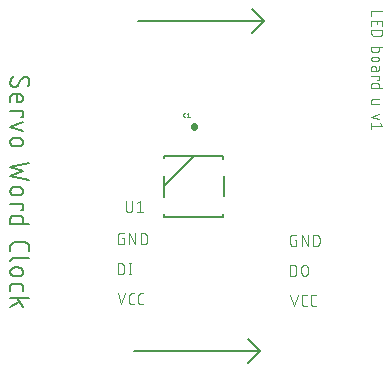
<source format=gbr>
G04 EAGLE Gerber RS-274X export*
G75*
%MOMM*%
%FSLAX34Y34*%
%LPD*%
%INSilkscreen Top*%
%IPPOS*%
%AMOC8*
5,1,8,0,0,1.08239X$1,22.5*%
G01*
%ADD10C,0.076200*%
%ADD11C,0.127000*%
%ADD12C,0.152400*%
%ADD13C,0.558800*%
%ADD14C,0.025400*%
%ADD15C,0.203200*%


D10*
X263116Y132602D02*
X264682Y132602D01*
X264682Y127381D01*
X261549Y127381D01*
X261460Y127383D01*
X261372Y127389D01*
X261284Y127398D01*
X261196Y127411D01*
X261109Y127428D01*
X261023Y127448D01*
X260938Y127473D01*
X260853Y127500D01*
X260770Y127532D01*
X260689Y127566D01*
X260609Y127605D01*
X260531Y127646D01*
X260454Y127691D01*
X260380Y127739D01*
X260307Y127790D01*
X260237Y127844D01*
X260170Y127902D01*
X260104Y127962D01*
X260042Y128024D01*
X259982Y128090D01*
X259924Y128157D01*
X259870Y128227D01*
X259819Y128300D01*
X259771Y128374D01*
X259726Y128451D01*
X259685Y128529D01*
X259646Y128609D01*
X259612Y128690D01*
X259580Y128773D01*
X259553Y128858D01*
X259528Y128943D01*
X259508Y129029D01*
X259491Y129116D01*
X259478Y129204D01*
X259469Y129292D01*
X259463Y129380D01*
X259461Y129469D01*
X259461Y134691D01*
X259463Y134782D01*
X259469Y134873D01*
X259479Y134964D01*
X259493Y135054D01*
X259510Y135143D01*
X259532Y135231D01*
X259558Y135319D01*
X259587Y135405D01*
X259620Y135490D01*
X259657Y135573D01*
X259697Y135655D01*
X259741Y135735D01*
X259788Y135813D01*
X259839Y135889D01*
X259892Y135962D01*
X259949Y136033D01*
X260010Y136102D01*
X260073Y136167D01*
X260138Y136230D01*
X260207Y136290D01*
X260278Y136348D01*
X260351Y136401D01*
X260427Y136452D01*
X260505Y136499D01*
X260585Y136543D01*
X260667Y136583D01*
X260750Y136620D01*
X260835Y136653D01*
X260921Y136682D01*
X261009Y136708D01*
X261097Y136730D01*
X261186Y136747D01*
X261276Y136761D01*
X261367Y136771D01*
X261458Y136777D01*
X261549Y136779D01*
X264682Y136779D01*
X269215Y136779D02*
X269215Y127381D01*
X274436Y127381D02*
X269215Y136779D01*
X274436Y136779D02*
X274436Y127381D01*
X278968Y127381D02*
X278968Y136779D01*
X281579Y136779D01*
X281679Y136777D01*
X281779Y136771D01*
X281878Y136762D01*
X281978Y136748D01*
X282076Y136731D01*
X282174Y136710D01*
X282271Y136686D01*
X282367Y136657D01*
X282462Y136625D01*
X282555Y136590D01*
X282647Y136551D01*
X282738Y136508D01*
X282826Y136462D01*
X282913Y136412D01*
X282998Y136360D01*
X283081Y136304D01*
X283162Y136245D01*
X283240Y136182D01*
X283316Y136117D01*
X283390Y136049D01*
X283460Y135979D01*
X283528Y135905D01*
X283593Y135829D01*
X283656Y135751D01*
X283715Y135670D01*
X283771Y135587D01*
X283823Y135502D01*
X283873Y135415D01*
X283919Y135327D01*
X283962Y135236D01*
X284001Y135144D01*
X284036Y135051D01*
X284068Y134956D01*
X284097Y134860D01*
X284121Y134763D01*
X284142Y134665D01*
X284159Y134567D01*
X284173Y134467D01*
X284182Y134368D01*
X284188Y134268D01*
X284190Y134168D01*
X284189Y134168D02*
X284189Y129992D01*
X284190Y129992D02*
X284188Y129892D01*
X284182Y129792D01*
X284173Y129693D01*
X284159Y129593D01*
X284142Y129495D01*
X284121Y129397D01*
X284097Y129300D01*
X284068Y129204D01*
X284036Y129109D01*
X284001Y129016D01*
X283962Y128924D01*
X283919Y128833D01*
X283873Y128745D01*
X283823Y128658D01*
X283771Y128573D01*
X283715Y128490D01*
X283656Y128409D01*
X283593Y128331D01*
X283528Y128255D01*
X283460Y128181D01*
X283390Y128111D01*
X283316Y128043D01*
X283240Y127978D01*
X283162Y127915D01*
X283081Y127856D01*
X282998Y127800D01*
X282913Y127748D01*
X282826Y127698D01*
X282738Y127652D01*
X282647Y127609D01*
X282555Y127570D01*
X282462Y127535D01*
X282367Y127503D01*
X282271Y127474D01*
X282174Y127450D01*
X282076Y127429D01*
X281978Y127412D01*
X281878Y127398D01*
X281779Y127389D01*
X281679Y127383D01*
X281579Y127381D01*
X278968Y127381D01*
X259461Y111379D02*
X259461Y101981D01*
X259461Y111379D02*
X262072Y111379D01*
X262172Y111377D01*
X262272Y111371D01*
X262371Y111362D01*
X262471Y111348D01*
X262569Y111331D01*
X262667Y111310D01*
X262764Y111286D01*
X262860Y111257D01*
X262955Y111225D01*
X263048Y111190D01*
X263140Y111151D01*
X263231Y111108D01*
X263319Y111062D01*
X263406Y111012D01*
X263491Y110960D01*
X263574Y110904D01*
X263655Y110845D01*
X263733Y110782D01*
X263809Y110717D01*
X263883Y110649D01*
X263953Y110579D01*
X264021Y110505D01*
X264086Y110429D01*
X264149Y110351D01*
X264208Y110270D01*
X264264Y110187D01*
X264316Y110102D01*
X264366Y110015D01*
X264412Y109927D01*
X264455Y109836D01*
X264494Y109744D01*
X264529Y109651D01*
X264561Y109556D01*
X264590Y109460D01*
X264614Y109363D01*
X264635Y109265D01*
X264652Y109167D01*
X264666Y109067D01*
X264675Y108968D01*
X264681Y108868D01*
X264683Y108768D01*
X264682Y108768D02*
X264682Y104592D01*
X264683Y104592D02*
X264681Y104492D01*
X264675Y104392D01*
X264666Y104293D01*
X264652Y104193D01*
X264635Y104095D01*
X264614Y103997D01*
X264590Y103900D01*
X264561Y103804D01*
X264529Y103709D01*
X264494Y103616D01*
X264455Y103524D01*
X264412Y103433D01*
X264366Y103345D01*
X264316Y103258D01*
X264264Y103173D01*
X264208Y103090D01*
X264149Y103009D01*
X264086Y102931D01*
X264021Y102855D01*
X263953Y102781D01*
X263883Y102711D01*
X263809Y102643D01*
X263733Y102578D01*
X263655Y102515D01*
X263574Y102456D01*
X263491Y102400D01*
X263406Y102348D01*
X263319Y102298D01*
X263231Y102252D01*
X263140Y102209D01*
X263048Y102170D01*
X262955Y102135D01*
X262860Y102103D01*
X262764Y102074D01*
X262667Y102050D01*
X262569Y102029D01*
X262471Y102012D01*
X262371Y101998D01*
X262272Y101989D01*
X262172Y101983D01*
X262072Y101981D01*
X259461Y101981D01*
X268910Y104592D02*
X268910Y108768D01*
X268909Y108768D02*
X268911Y108869D01*
X268917Y108970D01*
X268927Y109071D01*
X268940Y109171D01*
X268958Y109271D01*
X268979Y109370D01*
X269005Y109468D01*
X269034Y109565D01*
X269066Y109661D01*
X269103Y109755D01*
X269143Y109848D01*
X269187Y109940D01*
X269234Y110029D01*
X269285Y110117D01*
X269339Y110203D01*
X269396Y110286D01*
X269456Y110368D01*
X269520Y110446D01*
X269586Y110523D01*
X269656Y110596D01*
X269728Y110667D01*
X269803Y110735D01*
X269881Y110800D01*
X269961Y110862D01*
X270043Y110921D01*
X270128Y110977D01*
X270215Y111029D01*
X270303Y111078D01*
X270394Y111124D01*
X270486Y111165D01*
X270580Y111204D01*
X270675Y111238D01*
X270771Y111269D01*
X270869Y111296D01*
X270967Y111320D01*
X271067Y111339D01*
X271167Y111355D01*
X271267Y111367D01*
X271368Y111375D01*
X271469Y111379D01*
X271571Y111379D01*
X271672Y111375D01*
X271773Y111367D01*
X271873Y111355D01*
X271973Y111339D01*
X272073Y111320D01*
X272171Y111296D01*
X272269Y111269D01*
X272365Y111238D01*
X272460Y111204D01*
X272554Y111165D01*
X272646Y111124D01*
X272737Y111078D01*
X272826Y111029D01*
X272912Y110977D01*
X272997Y110921D01*
X273079Y110862D01*
X273159Y110800D01*
X273237Y110735D01*
X273312Y110667D01*
X273384Y110596D01*
X273454Y110523D01*
X273520Y110446D01*
X273584Y110368D01*
X273644Y110286D01*
X273701Y110203D01*
X273755Y110117D01*
X273806Y110029D01*
X273853Y109940D01*
X273897Y109848D01*
X273937Y109755D01*
X273974Y109661D01*
X274006Y109565D01*
X274035Y109468D01*
X274061Y109370D01*
X274082Y109271D01*
X274100Y109171D01*
X274113Y109071D01*
X274123Y108970D01*
X274129Y108869D01*
X274131Y108768D01*
X274131Y104592D01*
X274129Y104491D01*
X274123Y104390D01*
X274113Y104289D01*
X274100Y104189D01*
X274082Y104089D01*
X274061Y103990D01*
X274035Y103892D01*
X274006Y103795D01*
X273974Y103699D01*
X273937Y103605D01*
X273897Y103512D01*
X273853Y103420D01*
X273806Y103331D01*
X273755Y103243D01*
X273701Y103157D01*
X273644Y103074D01*
X273584Y102992D01*
X273520Y102914D01*
X273454Y102837D01*
X273384Y102764D01*
X273312Y102693D01*
X273237Y102625D01*
X273159Y102560D01*
X273079Y102498D01*
X272997Y102439D01*
X272912Y102383D01*
X272825Y102331D01*
X272737Y102282D01*
X272646Y102236D01*
X272554Y102195D01*
X272460Y102156D01*
X272365Y102122D01*
X272269Y102091D01*
X272171Y102064D01*
X272073Y102040D01*
X271973Y102021D01*
X271873Y102005D01*
X271773Y101993D01*
X271672Y101985D01*
X271571Y101981D01*
X271469Y101981D01*
X271368Y101985D01*
X271267Y101993D01*
X271167Y102005D01*
X271067Y102021D01*
X270967Y102040D01*
X270869Y102064D01*
X270771Y102091D01*
X270675Y102122D01*
X270580Y102156D01*
X270486Y102195D01*
X270394Y102236D01*
X270303Y102282D01*
X270215Y102331D01*
X270128Y102383D01*
X270043Y102439D01*
X269961Y102498D01*
X269881Y102560D01*
X269803Y102625D01*
X269728Y102693D01*
X269656Y102764D01*
X269586Y102837D01*
X269520Y102914D01*
X269456Y102992D01*
X269396Y103074D01*
X269339Y103157D01*
X269285Y103243D01*
X269234Y103331D01*
X269187Y103420D01*
X269143Y103512D01*
X269103Y103605D01*
X269066Y103699D01*
X269034Y103795D01*
X269005Y103892D01*
X268979Y103990D01*
X268958Y104089D01*
X268940Y104189D01*
X268927Y104289D01*
X268917Y104390D01*
X268911Y104491D01*
X268909Y104592D01*
X259461Y85979D02*
X262594Y76581D01*
X265726Y85979D01*
X271190Y76581D02*
X273278Y76581D01*
X271190Y76581D02*
X271101Y76583D01*
X271013Y76589D01*
X270925Y76598D01*
X270837Y76611D01*
X270750Y76628D01*
X270664Y76648D01*
X270579Y76673D01*
X270494Y76700D01*
X270411Y76732D01*
X270330Y76766D01*
X270250Y76805D01*
X270172Y76846D01*
X270095Y76891D01*
X270021Y76939D01*
X269948Y76990D01*
X269878Y77044D01*
X269811Y77102D01*
X269745Y77162D01*
X269683Y77224D01*
X269623Y77290D01*
X269565Y77357D01*
X269511Y77427D01*
X269460Y77500D01*
X269412Y77574D01*
X269367Y77651D01*
X269326Y77729D01*
X269287Y77809D01*
X269253Y77890D01*
X269221Y77973D01*
X269194Y78058D01*
X269169Y78143D01*
X269149Y78229D01*
X269132Y78316D01*
X269119Y78404D01*
X269110Y78492D01*
X269104Y78580D01*
X269102Y78669D01*
X269101Y78669D02*
X269101Y83891D01*
X269102Y83891D02*
X269104Y83982D01*
X269110Y84073D01*
X269120Y84164D01*
X269134Y84254D01*
X269151Y84343D01*
X269173Y84431D01*
X269199Y84519D01*
X269228Y84605D01*
X269261Y84690D01*
X269298Y84773D01*
X269338Y84855D01*
X269382Y84935D01*
X269429Y85013D01*
X269480Y85089D01*
X269533Y85162D01*
X269590Y85233D01*
X269651Y85302D01*
X269714Y85367D01*
X269779Y85430D01*
X269848Y85490D01*
X269919Y85548D01*
X269992Y85601D01*
X270068Y85652D01*
X270146Y85699D01*
X270226Y85743D01*
X270308Y85783D01*
X270391Y85820D01*
X270476Y85853D01*
X270562Y85882D01*
X270650Y85908D01*
X270738Y85930D01*
X270827Y85947D01*
X270917Y85961D01*
X271008Y85971D01*
X271099Y85977D01*
X271190Y85979D01*
X273278Y85979D01*
X278810Y76581D02*
X280898Y76581D01*
X278810Y76581D02*
X278721Y76583D01*
X278633Y76589D01*
X278545Y76598D01*
X278457Y76611D01*
X278370Y76628D01*
X278284Y76648D01*
X278199Y76673D01*
X278114Y76700D01*
X278031Y76732D01*
X277950Y76766D01*
X277870Y76805D01*
X277792Y76846D01*
X277715Y76891D01*
X277641Y76939D01*
X277568Y76990D01*
X277498Y77044D01*
X277431Y77102D01*
X277365Y77162D01*
X277303Y77224D01*
X277243Y77290D01*
X277185Y77357D01*
X277131Y77427D01*
X277080Y77500D01*
X277032Y77574D01*
X276987Y77651D01*
X276946Y77729D01*
X276907Y77809D01*
X276873Y77890D01*
X276841Y77973D01*
X276814Y78058D01*
X276789Y78143D01*
X276769Y78229D01*
X276752Y78316D01*
X276739Y78404D01*
X276730Y78492D01*
X276724Y78580D01*
X276722Y78669D01*
X276721Y78669D02*
X276721Y83891D01*
X276722Y83891D02*
X276724Y83982D01*
X276730Y84073D01*
X276740Y84164D01*
X276754Y84254D01*
X276771Y84343D01*
X276793Y84431D01*
X276819Y84519D01*
X276848Y84605D01*
X276881Y84690D01*
X276918Y84773D01*
X276958Y84855D01*
X277002Y84935D01*
X277049Y85013D01*
X277100Y85089D01*
X277153Y85162D01*
X277210Y85233D01*
X277271Y85302D01*
X277334Y85367D01*
X277399Y85430D01*
X277468Y85490D01*
X277539Y85548D01*
X277612Y85601D01*
X277688Y85652D01*
X277766Y85699D01*
X277846Y85743D01*
X277928Y85783D01*
X278011Y85820D01*
X278096Y85853D01*
X278182Y85882D01*
X278270Y85908D01*
X278358Y85930D01*
X278447Y85947D01*
X278537Y85961D01*
X278628Y85971D01*
X278719Y85977D01*
X278810Y85979D01*
X280898Y85979D01*
X118632Y133872D02*
X117066Y133872D01*
X118632Y133872D02*
X118632Y128651D01*
X115499Y128651D01*
X115410Y128653D01*
X115322Y128659D01*
X115234Y128668D01*
X115146Y128681D01*
X115059Y128698D01*
X114973Y128718D01*
X114888Y128743D01*
X114803Y128770D01*
X114720Y128802D01*
X114639Y128836D01*
X114559Y128875D01*
X114481Y128916D01*
X114404Y128961D01*
X114330Y129009D01*
X114257Y129060D01*
X114187Y129114D01*
X114120Y129172D01*
X114054Y129232D01*
X113992Y129294D01*
X113932Y129360D01*
X113874Y129427D01*
X113820Y129497D01*
X113769Y129570D01*
X113721Y129644D01*
X113676Y129721D01*
X113635Y129799D01*
X113596Y129879D01*
X113562Y129960D01*
X113530Y130043D01*
X113503Y130128D01*
X113478Y130213D01*
X113458Y130299D01*
X113441Y130386D01*
X113428Y130474D01*
X113419Y130562D01*
X113413Y130650D01*
X113411Y130739D01*
X113411Y135961D01*
X113413Y136052D01*
X113419Y136143D01*
X113429Y136234D01*
X113443Y136324D01*
X113460Y136413D01*
X113482Y136501D01*
X113508Y136589D01*
X113537Y136675D01*
X113570Y136760D01*
X113607Y136843D01*
X113647Y136925D01*
X113691Y137005D01*
X113738Y137083D01*
X113789Y137159D01*
X113842Y137232D01*
X113899Y137303D01*
X113960Y137372D01*
X114023Y137437D01*
X114088Y137500D01*
X114157Y137560D01*
X114228Y137618D01*
X114301Y137671D01*
X114377Y137722D01*
X114455Y137769D01*
X114535Y137813D01*
X114617Y137853D01*
X114700Y137890D01*
X114785Y137923D01*
X114871Y137952D01*
X114959Y137978D01*
X115047Y138000D01*
X115136Y138017D01*
X115226Y138031D01*
X115317Y138041D01*
X115408Y138047D01*
X115499Y138049D01*
X118632Y138049D01*
X123165Y138049D02*
X123165Y128651D01*
X128386Y128651D02*
X123165Y138049D01*
X128386Y138049D02*
X128386Y128651D01*
X132918Y128651D02*
X132918Y138049D01*
X135529Y138049D01*
X135629Y138047D01*
X135729Y138041D01*
X135828Y138032D01*
X135928Y138018D01*
X136026Y138001D01*
X136124Y137980D01*
X136221Y137956D01*
X136317Y137927D01*
X136412Y137895D01*
X136505Y137860D01*
X136597Y137821D01*
X136688Y137778D01*
X136776Y137732D01*
X136863Y137682D01*
X136948Y137630D01*
X137031Y137574D01*
X137112Y137515D01*
X137190Y137452D01*
X137266Y137387D01*
X137340Y137319D01*
X137410Y137249D01*
X137478Y137175D01*
X137543Y137099D01*
X137606Y137021D01*
X137665Y136940D01*
X137721Y136857D01*
X137773Y136772D01*
X137823Y136685D01*
X137869Y136597D01*
X137912Y136506D01*
X137951Y136414D01*
X137986Y136321D01*
X138018Y136226D01*
X138047Y136130D01*
X138071Y136033D01*
X138092Y135935D01*
X138109Y135837D01*
X138123Y135737D01*
X138132Y135638D01*
X138138Y135538D01*
X138140Y135438D01*
X138139Y135438D02*
X138139Y131262D01*
X138140Y131262D02*
X138138Y131162D01*
X138132Y131062D01*
X138123Y130963D01*
X138109Y130863D01*
X138092Y130765D01*
X138071Y130667D01*
X138047Y130570D01*
X138018Y130474D01*
X137986Y130379D01*
X137951Y130286D01*
X137912Y130194D01*
X137869Y130103D01*
X137823Y130015D01*
X137773Y129928D01*
X137721Y129843D01*
X137665Y129760D01*
X137606Y129679D01*
X137543Y129601D01*
X137478Y129525D01*
X137410Y129451D01*
X137340Y129381D01*
X137266Y129313D01*
X137190Y129248D01*
X137112Y129185D01*
X137031Y129126D01*
X136948Y129070D01*
X136863Y129018D01*
X136776Y128968D01*
X136688Y128922D01*
X136597Y128879D01*
X136505Y128840D01*
X136412Y128805D01*
X136317Y128773D01*
X136221Y128744D01*
X136124Y128720D01*
X136026Y128699D01*
X135928Y128682D01*
X135828Y128668D01*
X135729Y128659D01*
X135629Y128653D01*
X135529Y128651D01*
X132918Y128651D01*
X113411Y112649D02*
X113411Y103251D01*
X113411Y112649D02*
X116022Y112649D01*
X116122Y112647D01*
X116222Y112641D01*
X116321Y112632D01*
X116421Y112618D01*
X116519Y112601D01*
X116617Y112580D01*
X116714Y112556D01*
X116810Y112527D01*
X116905Y112495D01*
X116998Y112460D01*
X117090Y112421D01*
X117181Y112378D01*
X117269Y112332D01*
X117356Y112282D01*
X117441Y112230D01*
X117524Y112174D01*
X117605Y112115D01*
X117683Y112052D01*
X117759Y111987D01*
X117833Y111919D01*
X117903Y111849D01*
X117971Y111775D01*
X118036Y111699D01*
X118099Y111621D01*
X118158Y111540D01*
X118214Y111457D01*
X118266Y111372D01*
X118316Y111285D01*
X118362Y111197D01*
X118405Y111106D01*
X118444Y111014D01*
X118479Y110921D01*
X118511Y110826D01*
X118540Y110730D01*
X118564Y110633D01*
X118585Y110535D01*
X118602Y110437D01*
X118616Y110337D01*
X118625Y110238D01*
X118631Y110138D01*
X118633Y110038D01*
X118632Y110038D02*
X118632Y105862D01*
X118633Y105862D02*
X118631Y105762D01*
X118625Y105662D01*
X118616Y105563D01*
X118602Y105463D01*
X118585Y105365D01*
X118564Y105267D01*
X118540Y105170D01*
X118511Y105074D01*
X118479Y104979D01*
X118444Y104886D01*
X118405Y104794D01*
X118362Y104703D01*
X118316Y104615D01*
X118266Y104528D01*
X118214Y104443D01*
X118158Y104360D01*
X118099Y104279D01*
X118036Y104201D01*
X117971Y104125D01*
X117903Y104051D01*
X117833Y103981D01*
X117759Y103913D01*
X117683Y103848D01*
X117605Y103785D01*
X117524Y103726D01*
X117441Y103670D01*
X117356Y103618D01*
X117269Y103568D01*
X117181Y103522D01*
X117090Y103479D01*
X116998Y103440D01*
X116905Y103405D01*
X116810Y103373D01*
X116714Y103344D01*
X116617Y103320D01*
X116519Y103299D01*
X116421Y103282D01*
X116321Y103268D01*
X116222Y103259D01*
X116122Y103253D01*
X116022Y103251D01*
X113411Y103251D01*
X123642Y103251D02*
X123642Y112649D01*
X122597Y103251D02*
X124686Y103251D01*
X124686Y112649D02*
X122597Y112649D01*
X113411Y87249D02*
X116544Y77851D01*
X119676Y87249D01*
X125140Y77851D02*
X127228Y77851D01*
X125140Y77851D02*
X125051Y77853D01*
X124963Y77859D01*
X124875Y77868D01*
X124787Y77881D01*
X124700Y77898D01*
X124614Y77918D01*
X124529Y77943D01*
X124444Y77970D01*
X124361Y78002D01*
X124280Y78036D01*
X124200Y78075D01*
X124122Y78116D01*
X124045Y78161D01*
X123971Y78209D01*
X123898Y78260D01*
X123828Y78314D01*
X123761Y78372D01*
X123695Y78432D01*
X123633Y78494D01*
X123573Y78560D01*
X123515Y78627D01*
X123461Y78697D01*
X123410Y78770D01*
X123362Y78844D01*
X123317Y78921D01*
X123276Y78999D01*
X123237Y79079D01*
X123203Y79160D01*
X123171Y79243D01*
X123144Y79328D01*
X123119Y79413D01*
X123099Y79499D01*
X123082Y79586D01*
X123069Y79674D01*
X123060Y79762D01*
X123054Y79850D01*
X123052Y79939D01*
X123051Y79939D02*
X123051Y85161D01*
X123052Y85161D02*
X123054Y85252D01*
X123060Y85343D01*
X123070Y85434D01*
X123084Y85524D01*
X123101Y85613D01*
X123123Y85701D01*
X123149Y85789D01*
X123178Y85875D01*
X123211Y85960D01*
X123248Y86043D01*
X123288Y86125D01*
X123332Y86205D01*
X123379Y86283D01*
X123430Y86359D01*
X123483Y86432D01*
X123540Y86503D01*
X123601Y86572D01*
X123664Y86637D01*
X123729Y86700D01*
X123798Y86760D01*
X123869Y86818D01*
X123942Y86871D01*
X124018Y86922D01*
X124096Y86969D01*
X124176Y87013D01*
X124258Y87053D01*
X124341Y87090D01*
X124426Y87123D01*
X124512Y87152D01*
X124600Y87178D01*
X124688Y87200D01*
X124777Y87217D01*
X124867Y87231D01*
X124958Y87241D01*
X125049Y87247D01*
X125140Y87249D01*
X127228Y87249D01*
X132760Y77851D02*
X134848Y77851D01*
X132760Y77851D02*
X132671Y77853D01*
X132583Y77859D01*
X132495Y77868D01*
X132407Y77881D01*
X132320Y77898D01*
X132234Y77918D01*
X132149Y77943D01*
X132064Y77970D01*
X131981Y78002D01*
X131900Y78036D01*
X131820Y78075D01*
X131742Y78116D01*
X131665Y78161D01*
X131591Y78209D01*
X131518Y78260D01*
X131448Y78314D01*
X131381Y78372D01*
X131315Y78432D01*
X131253Y78494D01*
X131193Y78560D01*
X131135Y78627D01*
X131081Y78697D01*
X131030Y78770D01*
X130982Y78844D01*
X130937Y78921D01*
X130896Y78999D01*
X130857Y79079D01*
X130823Y79160D01*
X130791Y79243D01*
X130764Y79328D01*
X130739Y79413D01*
X130719Y79499D01*
X130702Y79586D01*
X130689Y79674D01*
X130680Y79762D01*
X130674Y79850D01*
X130672Y79939D01*
X130671Y79939D02*
X130671Y85161D01*
X130672Y85161D02*
X130674Y85252D01*
X130680Y85343D01*
X130690Y85434D01*
X130704Y85524D01*
X130721Y85613D01*
X130743Y85701D01*
X130769Y85789D01*
X130798Y85875D01*
X130831Y85960D01*
X130868Y86043D01*
X130908Y86125D01*
X130952Y86205D01*
X130999Y86283D01*
X131050Y86359D01*
X131103Y86432D01*
X131160Y86503D01*
X131221Y86572D01*
X131284Y86637D01*
X131349Y86700D01*
X131418Y86760D01*
X131489Y86818D01*
X131562Y86871D01*
X131638Y86922D01*
X131716Y86969D01*
X131796Y87013D01*
X131878Y87053D01*
X131961Y87090D01*
X132046Y87123D01*
X132132Y87152D01*
X132220Y87178D01*
X132308Y87200D01*
X132397Y87217D01*
X132487Y87231D01*
X132578Y87241D01*
X132669Y87247D01*
X132760Y87249D01*
X134848Y87249D01*
D11*
X127000Y38100D02*
X233680Y38100D01*
X223520Y27940D01*
X233680Y38100D02*
X223520Y48260D01*
X237490Y317500D02*
X130810Y317500D01*
X227330Y307340D02*
X237490Y317500D01*
X227330Y327660D01*
D12*
X25964Y261987D02*
X25846Y261989D01*
X25728Y261995D01*
X25610Y262004D01*
X25493Y262018D01*
X25376Y262035D01*
X25259Y262056D01*
X25144Y262081D01*
X25029Y262110D01*
X24915Y262143D01*
X24803Y262179D01*
X24692Y262219D01*
X24582Y262262D01*
X24473Y262309D01*
X24366Y262359D01*
X24261Y262414D01*
X24158Y262471D01*
X24057Y262532D01*
X23957Y262596D01*
X23860Y262663D01*
X23765Y262733D01*
X23673Y262807D01*
X23582Y262883D01*
X23495Y262963D01*
X23410Y263045D01*
X23328Y263130D01*
X23248Y263217D01*
X23172Y263308D01*
X23098Y263400D01*
X23028Y263495D01*
X22961Y263592D01*
X22897Y263692D01*
X22836Y263793D01*
X22779Y263896D01*
X22724Y264001D01*
X22674Y264108D01*
X22627Y264217D01*
X22584Y264327D01*
X22544Y264438D01*
X22508Y264550D01*
X22475Y264664D01*
X22446Y264779D01*
X22421Y264894D01*
X22400Y265011D01*
X22383Y265128D01*
X22369Y265245D01*
X22360Y265363D01*
X22354Y265481D01*
X22352Y265599D01*
X22354Y265782D01*
X22361Y265964D01*
X22372Y266146D01*
X22387Y266328D01*
X22407Y266510D01*
X22431Y266691D01*
X22459Y266871D01*
X22491Y267051D01*
X22528Y267230D01*
X22569Y267407D01*
X22615Y267584D01*
X22664Y267760D01*
X22718Y267935D01*
X22776Y268108D01*
X22838Y268279D01*
X22904Y268450D01*
X22975Y268618D01*
X23049Y268785D01*
X23127Y268950D01*
X23209Y269113D01*
X23295Y269274D01*
X23385Y269433D01*
X23479Y269590D01*
X23576Y269744D01*
X23677Y269896D01*
X23782Y270046D01*
X23890Y270193D01*
X24001Y270337D01*
X24116Y270479D01*
X24235Y270618D01*
X24357Y270754D01*
X24482Y270887D01*
X24610Y271017D01*
X34996Y270566D02*
X35114Y270564D01*
X35232Y270558D01*
X35350Y270549D01*
X35467Y270535D01*
X35584Y270518D01*
X35701Y270497D01*
X35816Y270472D01*
X35931Y270443D01*
X36045Y270410D01*
X36157Y270374D01*
X36268Y270334D01*
X36378Y270291D01*
X36487Y270244D01*
X36594Y270194D01*
X36699Y270139D01*
X36802Y270082D01*
X36903Y270021D01*
X37003Y269957D01*
X37100Y269890D01*
X37195Y269820D01*
X37287Y269746D01*
X37378Y269670D01*
X37465Y269590D01*
X37550Y269508D01*
X37632Y269423D01*
X37712Y269336D01*
X37788Y269245D01*
X37862Y269153D01*
X37932Y269058D01*
X37999Y268961D01*
X38063Y268861D01*
X38124Y268760D01*
X38181Y268657D01*
X38236Y268552D01*
X38286Y268445D01*
X38333Y268336D01*
X38376Y268226D01*
X38416Y268115D01*
X38452Y268003D01*
X38485Y267889D01*
X38514Y267774D01*
X38539Y267659D01*
X38560Y267542D01*
X38577Y267425D01*
X38591Y267308D01*
X38600Y267190D01*
X38606Y267072D01*
X38608Y266954D01*
X38606Y266793D01*
X38600Y266631D01*
X38591Y266470D01*
X38577Y266309D01*
X38560Y266149D01*
X38539Y265989D01*
X38514Y265829D01*
X38485Y265670D01*
X38453Y265512D01*
X38417Y265355D01*
X38377Y265199D01*
X38333Y265043D01*
X38285Y264889D01*
X38234Y264736D01*
X38180Y264584D01*
X38121Y264433D01*
X38060Y264284D01*
X37994Y264137D01*
X37925Y263991D01*
X37853Y263846D01*
X37777Y263704D01*
X37698Y263563D01*
X37616Y263424D01*
X37530Y263288D01*
X37441Y263153D01*
X37349Y263020D01*
X37253Y262890D01*
X31835Y268761D02*
X31897Y268862D01*
X31962Y268962D01*
X32031Y269059D01*
X32103Y269154D01*
X32177Y269247D01*
X32255Y269337D01*
X32336Y269425D01*
X32419Y269510D01*
X32505Y269592D01*
X32594Y269671D01*
X32685Y269748D01*
X32779Y269821D01*
X32875Y269892D01*
X32973Y269959D01*
X33073Y270023D01*
X33176Y270084D01*
X33280Y270141D01*
X33386Y270195D01*
X33494Y270245D01*
X33603Y270292D01*
X33714Y270336D01*
X33826Y270376D01*
X33940Y270412D01*
X34054Y270444D01*
X34170Y270473D01*
X34286Y270498D01*
X34403Y270519D01*
X34521Y270536D01*
X34639Y270550D01*
X34758Y270559D01*
X34877Y270565D01*
X34996Y270567D01*
X29125Y263793D02*
X29063Y263692D01*
X28998Y263592D01*
X28929Y263495D01*
X28857Y263400D01*
X28783Y263307D01*
X28705Y263217D01*
X28624Y263129D01*
X28541Y263044D01*
X28455Y262962D01*
X28366Y262883D01*
X28275Y262806D01*
X28181Y262733D01*
X28085Y262662D01*
X27987Y262595D01*
X27887Y262531D01*
X27784Y262470D01*
X27680Y262413D01*
X27574Y262359D01*
X27466Y262309D01*
X27357Y262262D01*
X27246Y262218D01*
X27134Y262178D01*
X27020Y262142D01*
X26906Y262110D01*
X26790Y262081D01*
X26674Y262056D01*
X26557Y262035D01*
X26439Y262018D01*
X26321Y262004D01*
X26202Y261995D01*
X26083Y261989D01*
X25964Y261987D01*
X29125Y263793D02*
X31835Y268760D01*
X22352Y253337D02*
X22352Y248822D01*
X22352Y253337D02*
X22354Y253438D01*
X22360Y253539D01*
X22369Y253640D01*
X22382Y253741D01*
X22399Y253841D01*
X22420Y253940D01*
X22444Y254038D01*
X22472Y254135D01*
X22504Y254232D01*
X22539Y254327D01*
X22578Y254420D01*
X22620Y254512D01*
X22666Y254603D01*
X22715Y254692D01*
X22767Y254778D01*
X22823Y254863D01*
X22881Y254946D01*
X22943Y255026D01*
X23008Y255104D01*
X23075Y255180D01*
X23145Y255253D01*
X23218Y255323D01*
X23294Y255390D01*
X23372Y255455D01*
X23452Y255517D01*
X23535Y255575D01*
X23620Y255631D01*
X23707Y255683D01*
X23795Y255732D01*
X23886Y255778D01*
X23978Y255820D01*
X24071Y255859D01*
X24166Y255894D01*
X24263Y255926D01*
X24360Y255954D01*
X24458Y255978D01*
X24557Y255999D01*
X24657Y256016D01*
X24758Y256029D01*
X24859Y256038D01*
X24960Y256044D01*
X25061Y256046D01*
X25061Y256047D02*
X29577Y256047D01*
X29577Y256046D02*
X29696Y256044D01*
X29816Y256038D01*
X29935Y256028D01*
X30053Y256014D01*
X30172Y255997D01*
X30289Y255975D01*
X30406Y255950D01*
X30521Y255920D01*
X30636Y255887D01*
X30750Y255850D01*
X30862Y255810D01*
X30973Y255765D01*
X31082Y255717D01*
X31190Y255666D01*
X31296Y255611D01*
X31400Y255552D01*
X31502Y255490D01*
X31602Y255425D01*
X31700Y255356D01*
X31796Y255284D01*
X31889Y255209D01*
X31979Y255132D01*
X32067Y255051D01*
X32152Y254967D01*
X32234Y254880D01*
X32314Y254791D01*
X32390Y254699D01*
X32464Y254605D01*
X32534Y254508D01*
X32601Y254410D01*
X32665Y254309D01*
X32725Y254205D01*
X32782Y254100D01*
X32835Y253993D01*
X32885Y253885D01*
X32931Y253775D01*
X32973Y253663D01*
X33012Y253550D01*
X33047Y253436D01*
X33078Y253321D01*
X33106Y253204D01*
X33129Y253087D01*
X33149Y252970D01*
X33165Y252851D01*
X33177Y252732D01*
X33185Y252613D01*
X33189Y252494D01*
X33189Y252374D01*
X33185Y252255D01*
X33177Y252136D01*
X33165Y252017D01*
X33149Y251898D01*
X33129Y251781D01*
X33106Y251664D01*
X33078Y251547D01*
X33047Y251432D01*
X33012Y251318D01*
X32973Y251205D01*
X32931Y251093D01*
X32885Y250983D01*
X32835Y250875D01*
X32782Y250768D01*
X32725Y250663D01*
X32665Y250559D01*
X32601Y250458D01*
X32534Y250360D01*
X32464Y250263D01*
X32390Y250169D01*
X32314Y250077D01*
X32234Y249988D01*
X32152Y249901D01*
X32067Y249817D01*
X31979Y249736D01*
X31889Y249659D01*
X31796Y249584D01*
X31700Y249512D01*
X31602Y249443D01*
X31502Y249378D01*
X31400Y249316D01*
X31296Y249257D01*
X31190Y249202D01*
X31082Y249151D01*
X30973Y249103D01*
X30862Y249058D01*
X30750Y249018D01*
X30636Y248981D01*
X30521Y248948D01*
X30406Y248918D01*
X30289Y248893D01*
X30172Y248871D01*
X30053Y248854D01*
X29935Y248840D01*
X29816Y248830D01*
X29696Y248824D01*
X29577Y248822D01*
X27771Y248822D01*
X27771Y256047D01*
X22352Y241894D02*
X33189Y241894D01*
X33189Y236475D01*
X31383Y236475D01*
X33189Y232079D02*
X22352Y228467D01*
X33189Y224854D01*
X29577Y219053D02*
X25964Y219053D01*
X29577Y219053D02*
X29696Y219051D01*
X29816Y219045D01*
X29935Y219035D01*
X30053Y219021D01*
X30172Y219004D01*
X30289Y218982D01*
X30406Y218957D01*
X30521Y218927D01*
X30636Y218894D01*
X30750Y218857D01*
X30862Y218817D01*
X30973Y218772D01*
X31082Y218724D01*
X31190Y218673D01*
X31296Y218618D01*
X31400Y218559D01*
X31502Y218497D01*
X31602Y218432D01*
X31700Y218363D01*
X31796Y218291D01*
X31889Y218216D01*
X31979Y218139D01*
X32067Y218058D01*
X32152Y217974D01*
X32234Y217887D01*
X32314Y217798D01*
X32390Y217706D01*
X32464Y217612D01*
X32534Y217515D01*
X32601Y217417D01*
X32665Y217316D01*
X32725Y217212D01*
X32782Y217107D01*
X32835Y217000D01*
X32885Y216892D01*
X32931Y216782D01*
X32973Y216670D01*
X33012Y216557D01*
X33047Y216443D01*
X33078Y216328D01*
X33106Y216211D01*
X33129Y216094D01*
X33149Y215977D01*
X33165Y215858D01*
X33177Y215739D01*
X33185Y215620D01*
X33189Y215501D01*
X33189Y215381D01*
X33185Y215262D01*
X33177Y215143D01*
X33165Y215024D01*
X33149Y214905D01*
X33129Y214788D01*
X33106Y214671D01*
X33078Y214554D01*
X33047Y214439D01*
X33012Y214325D01*
X32973Y214212D01*
X32931Y214100D01*
X32885Y213990D01*
X32835Y213882D01*
X32782Y213775D01*
X32725Y213670D01*
X32665Y213566D01*
X32601Y213465D01*
X32534Y213367D01*
X32464Y213270D01*
X32390Y213176D01*
X32314Y213084D01*
X32234Y212995D01*
X32152Y212908D01*
X32067Y212824D01*
X31979Y212743D01*
X31889Y212666D01*
X31796Y212591D01*
X31700Y212519D01*
X31602Y212450D01*
X31502Y212385D01*
X31400Y212323D01*
X31296Y212264D01*
X31190Y212209D01*
X31082Y212158D01*
X30973Y212110D01*
X30862Y212065D01*
X30750Y212025D01*
X30636Y211988D01*
X30521Y211955D01*
X30406Y211925D01*
X30289Y211900D01*
X30172Y211878D01*
X30053Y211861D01*
X29935Y211847D01*
X29816Y211837D01*
X29696Y211831D01*
X29577Y211829D01*
X29577Y211828D02*
X25964Y211828D01*
X25964Y211829D02*
X25845Y211831D01*
X25725Y211837D01*
X25606Y211847D01*
X25488Y211861D01*
X25369Y211878D01*
X25252Y211900D01*
X25135Y211925D01*
X25020Y211955D01*
X24905Y211988D01*
X24791Y212025D01*
X24679Y212065D01*
X24568Y212110D01*
X24459Y212158D01*
X24351Y212209D01*
X24245Y212264D01*
X24141Y212323D01*
X24039Y212385D01*
X23939Y212450D01*
X23841Y212519D01*
X23745Y212591D01*
X23652Y212666D01*
X23562Y212743D01*
X23474Y212824D01*
X23389Y212908D01*
X23307Y212995D01*
X23227Y213084D01*
X23151Y213176D01*
X23077Y213270D01*
X23007Y213367D01*
X22940Y213465D01*
X22876Y213566D01*
X22816Y213670D01*
X22759Y213775D01*
X22706Y213882D01*
X22656Y213990D01*
X22610Y214100D01*
X22568Y214212D01*
X22529Y214325D01*
X22494Y214439D01*
X22463Y214554D01*
X22435Y214671D01*
X22412Y214788D01*
X22392Y214905D01*
X22376Y215024D01*
X22364Y215143D01*
X22356Y215262D01*
X22352Y215381D01*
X22352Y215501D01*
X22356Y215620D01*
X22364Y215739D01*
X22376Y215858D01*
X22392Y215977D01*
X22412Y216094D01*
X22435Y216211D01*
X22463Y216328D01*
X22494Y216443D01*
X22529Y216557D01*
X22568Y216670D01*
X22610Y216782D01*
X22656Y216892D01*
X22706Y217000D01*
X22759Y217107D01*
X22816Y217212D01*
X22876Y217316D01*
X22940Y217417D01*
X23007Y217515D01*
X23077Y217612D01*
X23151Y217706D01*
X23227Y217798D01*
X23307Y217887D01*
X23389Y217974D01*
X23474Y218058D01*
X23562Y218139D01*
X23652Y218216D01*
X23745Y218291D01*
X23841Y218363D01*
X23939Y218432D01*
X24039Y218497D01*
X24141Y218559D01*
X24245Y218618D01*
X24351Y218673D01*
X24459Y218724D01*
X24568Y218772D01*
X24679Y218817D01*
X24791Y218857D01*
X24905Y218894D01*
X25020Y218927D01*
X25135Y218957D01*
X25252Y218982D01*
X25369Y219004D01*
X25488Y219021D01*
X25606Y219035D01*
X25725Y219045D01*
X25845Y219051D01*
X25964Y219053D01*
X38608Y197655D02*
X22352Y194043D01*
X33189Y190431D01*
X22352Y186818D01*
X38608Y183206D01*
X29577Y177370D02*
X25964Y177370D01*
X29577Y177369D02*
X29696Y177367D01*
X29816Y177361D01*
X29935Y177351D01*
X30053Y177337D01*
X30172Y177320D01*
X30289Y177298D01*
X30406Y177273D01*
X30521Y177243D01*
X30636Y177210D01*
X30750Y177173D01*
X30862Y177133D01*
X30973Y177088D01*
X31082Y177040D01*
X31190Y176989D01*
X31296Y176934D01*
X31400Y176875D01*
X31502Y176813D01*
X31602Y176748D01*
X31700Y176679D01*
X31796Y176607D01*
X31889Y176532D01*
X31979Y176455D01*
X32067Y176374D01*
X32152Y176290D01*
X32234Y176203D01*
X32314Y176114D01*
X32390Y176022D01*
X32464Y175928D01*
X32534Y175831D01*
X32601Y175733D01*
X32665Y175632D01*
X32725Y175528D01*
X32782Y175423D01*
X32835Y175316D01*
X32885Y175208D01*
X32931Y175098D01*
X32973Y174986D01*
X33012Y174873D01*
X33047Y174759D01*
X33078Y174644D01*
X33106Y174527D01*
X33129Y174410D01*
X33149Y174293D01*
X33165Y174174D01*
X33177Y174055D01*
X33185Y173936D01*
X33189Y173817D01*
X33189Y173697D01*
X33185Y173578D01*
X33177Y173459D01*
X33165Y173340D01*
X33149Y173221D01*
X33129Y173104D01*
X33106Y172987D01*
X33078Y172870D01*
X33047Y172755D01*
X33012Y172641D01*
X32973Y172528D01*
X32931Y172416D01*
X32885Y172306D01*
X32835Y172198D01*
X32782Y172091D01*
X32725Y171986D01*
X32665Y171882D01*
X32601Y171781D01*
X32534Y171683D01*
X32464Y171586D01*
X32390Y171492D01*
X32314Y171400D01*
X32234Y171311D01*
X32152Y171224D01*
X32067Y171140D01*
X31979Y171059D01*
X31889Y170982D01*
X31796Y170907D01*
X31700Y170835D01*
X31602Y170766D01*
X31502Y170701D01*
X31400Y170639D01*
X31296Y170580D01*
X31190Y170525D01*
X31082Y170474D01*
X30973Y170426D01*
X30862Y170381D01*
X30750Y170341D01*
X30636Y170304D01*
X30521Y170271D01*
X30406Y170241D01*
X30289Y170216D01*
X30172Y170194D01*
X30053Y170177D01*
X29935Y170163D01*
X29816Y170153D01*
X29696Y170147D01*
X29577Y170145D01*
X25964Y170145D01*
X25845Y170147D01*
X25725Y170153D01*
X25606Y170163D01*
X25488Y170177D01*
X25369Y170194D01*
X25252Y170216D01*
X25135Y170241D01*
X25020Y170271D01*
X24905Y170304D01*
X24791Y170341D01*
X24679Y170381D01*
X24568Y170426D01*
X24459Y170474D01*
X24351Y170525D01*
X24245Y170580D01*
X24141Y170639D01*
X24039Y170701D01*
X23939Y170766D01*
X23841Y170835D01*
X23745Y170907D01*
X23652Y170982D01*
X23562Y171059D01*
X23474Y171140D01*
X23389Y171224D01*
X23307Y171311D01*
X23227Y171400D01*
X23151Y171492D01*
X23077Y171586D01*
X23007Y171683D01*
X22940Y171781D01*
X22876Y171882D01*
X22816Y171986D01*
X22759Y172091D01*
X22706Y172198D01*
X22656Y172306D01*
X22610Y172416D01*
X22568Y172528D01*
X22529Y172641D01*
X22494Y172755D01*
X22463Y172870D01*
X22435Y172987D01*
X22412Y173104D01*
X22392Y173221D01*
X22376Y173340D01*
X22364Y173459D01*
X22356Y173578D01*
X22352Y173697D01*
X22352Y173817D01*
X22356Y173936D01*
X22364Y174055D01*
X22376Y174174D01*
X22392Y174293D01*
X22412Y174410D01*
X22435Y174527D01*
X22463Y174644D01*
X22494Y174759D01*
X22529Y174873D01*
X22568Y174986D01*
X22610Y175098D01*
X22656Y175208D01*
X22706Y175316D01*
X22759Y175423D01*
X22816Y175528D01*
X22876Y175632D01*
X22940Y175733D01*
X23007Y175831D01*
X23077Y175928D01*
X23151Y176022D01*
X23227Y176114D01*
X23307Y176203D01*
X23389Y176290D01*
X23474Y176374D01*
X23562Y176455D01*
X23652Y176532D01*
X23745Y176607D01*
X23841Y176679D01*
X23939Y176748D01*
X24039Y176813D01*
X24141Y176875D01*
X24245Y176934D01*
X24351Y176989D01*
X24459Y177040D01*
X24568Y177088D01*
X24679Y177133D01*
X24791Y177173D01*
X24905Y177210D01*
X25020Y177243D01*
X25135Y177273D01*
X25252Y177298D01*
X25369Y177320D01*
X25488Y177337D01*
X25606Y177351D01*
X25725Y177361D01*
X25845Y177367D01*
X25964Y177369D01*
X22352Y163217D02*
X33189Y163217D01*
X33189Y157798D01*
X31383Y157798D01*
X38608Y145729D02*
X22352Y145729D01*
X22352Y150245D01*
X22354Y150346D01*
X22360Y150447D01*
X22369Y150548D01*
X22382Y150649D01*
X22399Y150749D01*
X22420Y150848D01*
X22444Y150946D01*
X22472Y151043D01*
X22504Y151140D01*
X22539Y151235D01*
X22578Y151328D01*
X22620Y151420D01*
X22666Y151511D01*
X22715Y151600D01*
X22767Y151686D01*
X22823Y151771D01*
X22881Y151854D01*
X22943Y151934D01*
X23008Y152012D01*
X23075Y152088D01*
X23145Y152161D01*
X23218Y152231D01*
X23294Y152298D01*
X23372Y152363D01*
X23452Y152425D01*
X23535Y152483D01*
X23620Y152539D01*
X23707Y152591D01*
X23795Y152640D01*
X23886Y152686D01*
X23978Y152728D01*
X24071Y152767D01*
X24166Y152802D01*
X24263Y152834D01*
X24360Y152862D01*
X24458Y152886D01*
X24557Y152907D01*
X24657Y152924D01*
X24758Y152937D01*
X24859Y152946D01*
X24960Y152952D01*
X25061Y152954D01*
X30480Y152954D01*
X30581Y152952D01*
X30682Y152946D01*
X30783Y152937D01*
X30884Y152924D01*
X30984Y152907D01*
X31083Y152886D01*
X31181Y152862D01*
X31278Y152834D01*
X31375Y152802D01*
X31470Y152767D01*
X31563Y152728D01*
X31655Y152686D01*
X31746Y152640D01*
X31835Y152591D01*
X31921Y152539D01*
X32006Y152483D01*
X32089Y152425D01*
X32169Y152363D01*
X32247Y152298D01*
X32323Y152231D01*
X32396Y152161D01*
X32466Y152088D01*
X32533Y152012D01*
X32598Y151934D01*
X32660Y151854D01*
X32718Y151771D01*
X32774Y151686D01*
X32826Y151600D01*
X32875Y151511D01*
X32921Y151420D01*
X32963Y151328D01*
X33002Y151235D01*
X33037Y151140D01*
X33069Y151043D01*
X33097Y150946D01*
X33121Y150848D01*
X33142Y150749D01*
X33159Y150649D01*
X33172Y150548D01*
X33181Y150447D01*
X33187Y150346D01*
X33189Y150245D01*
X33189Y145729D01*
X22352Y126764D02*
X22352Y123152D01*
X22352Y126764D02*
X22354Y126882D01*
X22360Y127000D01*
X22369Y127118D01*
X22383Y127235D01*
X22400Y127352D01*
X22421Y127469D01*
X22446Y127584D01*
X22475Y127699D01*
X22508Y127813D01*
X22544Y127925D01*
X22584Y128036D01*
X22627Y128146D01*
X22674Y128255D01*
X22724Y128362D01*
X22779Y128467D01*
X22836Y128570D01*
X22897Y128671D01*
X22961Y128771D01*
X23028Y128868D01*
X23098Y128963D01*
X23172Y129055D01*
X23248Y129146D01*
X23328Y129233D01*
X23410Y129318D01*
X23495Y129400D01*
X23582Y129480D01*
X23673Y129556D01*
X23765Y129630D01*
X23860Y129700D01*
X23957Y129767D01*
X24057Y129831D01*
X24158Y129892D01*
X24261Y129949D01*
X24366Y130004D01*
X24473Y130054D01*
X24582Y130101D01*
X24692Y130144D01*
X24803Y130184D01*
X24915Y130220D01*
X25029Y130253D01*
X25144Y130282D01*
X25259Y130307D01*
X25376Y130328D01*
X25493Y130345D01*
X25610Y130359D01*
X25728Y130368D01*
X25846Y130374D01*
X25964Y130376D01*
X25964Y130377D02*
X34996Y130377D01*
X34996Y130376D02*
X35114Y130374D01*
X35232Y130368D01*
X35350Y130359D01*
X35467Y130345D01*
X35584Y130328D01*
X35701Y130307D01*
X35816Y130282D01*
X35931Y130253D01*
X36045Y130220D01*
X36157Y130184D01*
X36268Y130144D01*
X36378Y130101D01*
X36487Y130054D01*
X36594Y130004D01*
X36699Y129950D01*
X36802Y129892D01*
X36903Y129831D01*
X37003Y129767D01*
X37100Y129700D01*
X37195Y129630D01*
X37287Y129556D01*
X37378Y129480D01*
X37465Y129400D01*
X37550Y129318D01*
X37632Y129233D01*
X37712Y129146D01*
X37788Y129055D01*
X37862Y128963D01*
X37932Y128868D01*
X37999Y128771D01*
X38063Y128671D01*
X38124Y128570D01*
X38181Y128467D01*
X38235Y128362D01*
X38286Y128255D01*
X38333Y128146D01*
X38376Y128036D01*
X38416Y127925D01*
X38452Y127813D01*
X38485Y127699D01*
X38514Y127584D01*
X38539Y127469D01*
X38560Y127352D01*
X38577Y127235D01*
X38591Y127118D01*
X38600Y127000D01*
X38606Y126882D01*
X38608Y126764D01*
X38608Y123152D01*
X38608Y117213D02*
X25061Y117213D01*
X24960Y117211D01*
X24859Y117205D01*
X24758Y117196D01*
X24657Y117183D01*
X24557Y117166D01*
X24458Y117145D01*
X24360Y117121D01*
X24263Y117093D01*
X24166Y117061D01*
X24071Y117026D01*
X23978Y116987D01*
X23886Y116945D01*
X23795Y116899D01*
X23707Y116850D01*
X23620Y116798D01*
X23535Y116742D01*
X23452Y116684D01*
X23372Y116622D01*
X23294Y116557D01*
X23218Y116490D01*
X23145Y116420D01*
X23075Y116347D01*
X23008Y116271D01*
X22943Y116193D01*
X22881Y116113D01*
X22823Y116030D01*
X22767Y115945D01*
X22715Y115859D01*
X22666Y115770D01*
X22620Y115679D01*
X22578Y115587D01*
X22539Y115494D01*
X22504Y115399D01*
X22472Y115302D01*
X22444Y115205D01*
X22420Y115107D01*
X22399Y115008D01*
X22382Y114908D01*
X22369Y114807D01*
X22360Y114706D01*
X22354Y114605D01*
X22352Y114504D01*
X25964Y109113D02*
X29577Y109113D01*
X29696Y109111D01*
X29816Y109105D01*
X29935Y109095D01*
X30053Y109081D01*
X30172Y109064D01*
X30289Y109042D01*
X30406Y109017D01*
X30521Y108987D01*
X30636Y108954D01*
X30750Y108917D01*
X30862Y108877D01*
X30973Y108832D01*
X31082Y108784D01*
X31190Y108733D01*
X31296Y108678D01*
X31400Y108619D01*
X31502Y108557D01*
X31602Y108492D01*
X31700Y108423D01*
X31796Y108351D01*
X31889Y108276D01*
X31979Y108199D01*
X32067Y108118D01*
X32152Y108034D01*
X32234Y107947D01*
X32314Y107858D01*
X32390Y107766D01*
X32464Y107672D01*
X32534Y107575D01*
X32601Y107477D01*
X32665Y107376D01*
X32725Y107272D01*
X32782Y107167D01*
X32835Y107060D01*
X32885Y106952D01*
X32931Y106842D01*
X32973Y106730D01*
X33012Y106617D01*
X33047Y106503D01*
X33078Y106388D01*
X33106Y106271D01*
X33129Y106154D01*
X33149Y106037D01*
X33165Y105918D01*
X33177Y105799D01*
X33185Y105680D01*
X33189Y105561D01*
X33189Y105441D01*
X33185Y105322D01*
X33177Y105203D01*
X33165Y105084D01*
X33149Y104965D01*
X33129Y104848D01*
X33106Y104731D01*
X33078Y104614D01*
X33047Y104499D01*
X33012Y104385D01*
X32973Y104272D01*
X32931Y104160D01*
X32885Y104050D01*
X32835Y103942D01*
X32782Y103835D01*
X32725Y103730D01*
X32665Y103626D01*
X32601Y103525D01*
X32534Y103427D01*
X32464Y103330D01*
X32390Y103236D01*
X32314Y103144D01*
X32234Y103055D01*
X32152Y102968D01*
X32067Y102884D01*
X31979Y102803D01*
X31889Y102726D01*
X31796Y102651D01*
X31700Y102579D01*
X31602Y102510D01*
X31502Y102445D01*
X31400Y102383D01*
X31296Y102324D01*
X31190Y102269D01*
X31082Y102218D01*
X30973Y102170D01*
X30862Y102125D01*
X30750Y102085D01*
X30636Y102048D01*
X30521Y102015D01*
X30406Y101985D01*
X30289Y101960D01*
X30172Y101938D01*
X30053Y101921D01*
X29935Y101907D01*
X29816Y101897D01*
X29696Y101891D01*
X29577Y101889D01*
X25964Y101889D01*
X25845Y101891D01*
X25725Y101897D01*
X25606Y101907D01*
X25488Y101921D01*
X25369Y101938D01*
X25252Y101960D01*
X25135Y101985D01*
X25020Y102015D01*
X24905Y102048D01*
X24791Y102085D01*
X24679Y102125D01*
X24568Y102170D01*
X24459Y102218D01*
X24351Y102269D01*
X24245Y102324D01*
X24141Y102383D01*
X24039Y102445D01*
X23939Y102510D01*
X23841Y102579D01*
X23745Y102651D01*
X23652Y102726D01*
X23562Y102803D01*
X23474Y102884D01*
X23389Y102968D01*
X23307Y103055D01*
X23227Y103144D01*
X23151Y103236D01*
X23077Y103330D01*
X23007Y103427D01*
X22940Y103525D01*
X22876Y103626D01*
X22816Y103730D01*
X22759Y103835D01*
X22706Y103942D01*
X22656Y104050D01*
X22610Y104160D01*
X22568Y104272D01*
X22529Y104385D01*
X22494Y104499D01*
X22463Y104614D01*
X22435Y104731D01*
X22412Y104848D01*
X22392Y104965D01*
X22376Y105084D01*
X22364Y105203D01*
X22356Y105322D01*
X22352Y105441D01*
X22352Y105561D01*
X22356Y105680D01*
X22364Y105799D01*
X22376Y105918D01*
X22392Y106037D01*
X22412Y106154D01*
X22435Y106271D01*
X22463Y106388D01*
X22494Y106503D01*
X22529Y106617D01*
X22568Y106730D01*
X22610Y106842D01*
X22656Y106952D01*
X22706Y107060D01*
X22759Y107167D01*
X22816Y107272D01*
X22876Y107376D01*
X22940Y107477D01*
X23007Y107575D01*
X23077Y107672D01*
X23151Y107766D01*
X23227Y107858D01*
X23307Y107947D01*
X23389Y108034D01*
X23474Y108118D01*
X23562Y108199D01*
X23652Y108276D01*
X23745Y108351D01*
X23841Y108423D01*
X23939Y108492D01*
X24039Y108557D01*
X24141Y108619D01*
X24245Y108678D01*
X24351Y108733D01*
X24459Y108784D01*
X24568Y108832D01*
X24679Y108877D01*
X24791Y108917D01*
X24905Y108954D01*
X25020Y108987D01*
X25135Y109017D01*
X25252Y109042D01*
X25369Y109064D01*
X25488Y109081D01*
X25606Y109095D01*
X25725Y109105D01*
X25845Y109111D01*
X25964Y109113D01*
X22352Y92839D02*
X22352Y89227D01*
X22352Y92839D02*
X22354Y92940D01*
X22360Y93041D01*
X22369Y93142D01*
X22382Y93243D01*
X22399Y93343D01*
X22420Y93442D01*
X22444Y93540D01*
X22472Y93637D01*
X22504Y93734D01*
X22539Y93829D01*
X22578Y93922D01*
X22620Y94014D01*
X22666Y94105D01*
X22715Y94194D01*
X22767Y94280D01*
X22823Y94365D01*
X22881Y94448D01*
X22943Y94528D01*
X23008Y94606D01*
X23075Y94682D01*
X23145Y94755D01*
X23218Y94825D01*
X23294Y94892D01*
X23372Y94957D01*
X23452Y95019D01*
X23535Y95077D01*
X23620Y95133D01*
X23707Y95185D01*
X23795Y95234D01*
X23886Y95280D01*
X23978Y95322D01*
X24071Y95361D01*
X24166Y95396D01*
X24263Y95428D01*
X24360Y95456D01*
X24458Y95480D01*
X24557Y95501D01*
X24657Y95518D01*
X24758Y95531D01*
X24859Y95540D01*
X24960Y95546D01*
X25061Y95548D01*
X25061Y95549D02*
X30480Y95549D01*
X30480Y95548D02*
X30581Y95546D01*
X30682Y95540D01*
X30783Y95531D01*
X30884Y95518D01*
X30984Y95501D01*
X31083Y95480D01*
X31181Y95456D01*
X31278Y95428D01*
X31375Y95396D01*
X31470Y95361D01*
X31563Y95322D01*
X31655Y95280D01*
X31746Y95234D01*
X31835Y95185D01*
X31921Y95133D01*
X32006Y95077D01*
X32089Y95019D01*
X32169Y94957D01*
X32247Y94892D01*
X32323Y94825D01*
X32396Y94755D01*
X32466Y94682D01*
X32533Y94606D01*
X32598Y94528D01*
X32660Y94448D01*
X32718Y94365D01*
X32774Y94280D01*
X32826Y94194D01*
X32875Y94105D01*
X32921Y94014D01*
X32963Y93922D01*
X33002Y93829D01*
X33037Y93734D01*
X33069Y93637D01*
X33097Y93540D01*
X33121Y93442D01*
X33142Y93343D01*
X33159Y93243D01*
X33172Y93142D01*
X33181Y93041D01*
X33187Y92940D01*
X33189Y92839D01*
X33189Y89227D01*
X38608Y82893D02*
X22352Y82893D01*
X27771Y82893D02*
X33189Y75668D01*
X30028Y79732D02*
X22352Y75668D01*
D10*
X328041Y326009D02*
X337439Y326009D01*
X328041Y326009D02*
X328041Y321832D01*
X328041Y318084D02*
X328041Y313907D01*
X328041Y318084D02*
X337439Y318084D01*
X337439Y313907D01*
X333262Y314952D02*
X333262Y318084D01*
X337439Y310177D02*
X328041Y310177D01*
X337439Y310177D02*
X337439Y307566D01*
X337437Y307466D01*
X337431Y307366D01*
X337422Y307267D01*
X337408Y307167D01*
X337391Y307069D01*
X337370Y306971D01*
X337346Y306874D01*
X337317Y306778D01*
X337285Y306683D01*
X337250Y306590D01*
X337211Y306498D01*
X337168Y306407D01*
X337122Y306319D01*
X337072Y306232D01*
X337020Y306147D01*
X336964Y306064D01*
X336905Y305983D01*
X336842Y305905D01*
X336777Y305829D01*
X336709Y305755D01*
X336639Y305685D01*
X336565Y305617D01*
X336489Y305552D01*
X336411Y305489D01*
X336330Y305430D01*
X336247Y305374D01*
X336162Y305322D01*
X336075Y305272D01*
X335987Y305226D01*
X335896Y305183D01*
X335804Y305144D01*
X335711Y305109D01*
X335616Y305077D01*
X335520Y305048D01*
X335423Y305024D01*
X335325Y305003D01*
X335227Y304986D01*
X335127Y304972D01*
X335028Y304963D01*
X334928Y304957D01*
X334828Y304955D01*
X334828Y304956D02*
X330652Y304956D01*
X330652Y304955D02*
X330552Y304957D01*
X330452Y304963D01*
X330353Y304972D01*
X330253Y304986D01*
X330155Y305003D01*
X330057Y305024D01*
X329960Y305048D01*
X329864Y305077D01*
X329769Y305109D01*
X329676Y305144D01*
X329584Y305183D01*
X329493Y305226D01*
X329405Y305272D01*
X329318Y305322D01*
X329233Y305374D01*
X329150Y305430D01*
X329069Y305489D01*
X328991Y305552D01*
X328915Y305617D01*
X328841Y305685D01*
X328771Y305755D01*
X328703Y305829D01*
X328638Y305905D01*
X328575Y305983D01*
X328516Y306064D01*
X328460Y306147D01*
X328408Y306232D01*
X328358Y306319D01*
X328312Y306407D01*
X328269Y306498D01*
X328230Y306590D01*
X328195Y306683D01*
X328163Y306778D01*
X328134Y306874D01*
X328110Y306971D01*
X328089Y307069D01*
X328072Y307167D01*
X328058Y307267D01*
X328049Y307366D01*
X328043Y307466D01*
X328041Y307566D01*
X328041Y310177D01*
X328041Y295589D02*
X337439Y295589D01*
X328041Y295589D02*
X328041Y292978D01*
X328043Y292901D01*
X328049Y292825D01*
X328058Y292748D01*
X328071Y292672D01*
X328088Y292598D01*
X328108Y292523D01*
X328133Y292450D01*
X328160Y292379D01*
X328191Y292308D01*
X328226Y292240D01*
X328264Y292173D01*
X328305Y292108D01*
X328349Y292045D01*
X328396Y291985D01*
X328447Y291926D01*
X328500Y291871D01*
X328555Y291818D01*
X328614Y291767D01*
X328674Y291720D01*
X328737Y291676D01*
X328802Y291635D01*
X328869Y291597D01*
X328937Y291562D01*
X329008Y291531D01*
X329079Y291504D01*
X329152Y291479D01*
X329226Y291459D01*
X329301Y291442D01*
X329377Y291429D01*
X329453Y291420D01*
X329530Y291414D01*
X329607Y291412D01*
X332740Y291412D01*
X332817Y291414D01*
X332893Y291420D01*
X332970Y291429D01*
X333046Y291442D01*
X333121Y291459D01*
X333195Y291479D01*
X333268Y291504D01*
X333339Y291531D01*
X333410Y291562D01*
X333478Y291597D01*
X333545Y291635D01*
X333610Y291676D01*
X333673Y291720D01*
X333733Y291767D01*
X333792Y291818D01*
X333847Y291871D01*
X333900Y291926D01*
X333951Y291985D01*
X333998Y292045D01*
X334042Y292108D01*
X334083Y292173D01*
X334121Y292240D01*
X334156Y292308D01*
X334187Y292379D01*
X334214Y292450D01*
X334239Y292523D01*
X334259Y292598D01*
X334276Y292673D01*
X334289Y292748D01*
X334298Y292825D01*
X334304Y292901D01*
X334306Y292978D01*
X334306Y295589D01*
X332218Y287709D02*
X330129Y287709D01*
X332218Y287709D02*
X332308Y287707D01*
X332397Y287701D01*
X332487Y287692D01*
X332576Y287678D01*
X332664Y287661D01*
X332751Y287640D01*
X332838Y287615D01*
X332923Y287586D01*
X333007Y287554D01*
X333089Y287519D01*
X333170Y287479D01*
X333249Y287437D01*
X333326Y287391D01*
X333401Y287341D01*
X333474Y287289D01*
X333545Y287233D01*
X333613Y287175D01*
X333678Y287113D01*
X333741Y287049D01*
X333801Y286982D01*
X333858Y286913D01*
X333912Y286841D01*
X333963Y286767D01*
X334011Y286691D01*
X334055Y286613D01*
X334096Y286533D01*
X334134Y286451D01*
X334168Y286368D01*
X334198Y286283D01*
X334225Y286197D01*
X334248Y286111D01*
X334267Y286023D01*
X334282Y285934D01*
X334294Y285845D01*
X334302Y285756D01*
X334306Y285666D01*
X334306Y285576D01*
X334302Y285486D01*
X334294Y285397D01*
X334282Y285308D01*
X334267Y285219D01*
X334248Y285131D01*
X334225Y285045D01*
X334198Y284959D01*
X334168Y284874D01*
X334134Y284791D01*
X334096Y284709D01*
X334055Y284629D01*
X334011Y284551D01*
X333963Y284475D01*
X333912Y284401D01*
X333858Y284329D01*
X333801Y284260D01*
X333741Y284193D01*
X333678Y284129D01*
X333613Y284067D01*
X333545Y284009D01*
X333474Y283953D01*
X333401Y283901D01*
X333326Y283851D01*
X333249Y283805D01*
X333170Y283763D01*
X333089Y283723D01*
X333007Y283688D01*
X332923Y283656D01*
X332838Y283627D01*
X332751Y283602D01*
X332664Y283581D01*
X332576Y283564D01*
X332487Y283550D01*
X332397Y283541D01*
X332308Y283535D01*
X332218Y283533D01*
X330129Y283533D01*
X330039Y283535D01*
X329950Y283541D01*
X329860Y283550D01*
X329771Y283564D01*
X329683Y283581D01*
X329596Y283602D01*
X329509Y283627D01*
X329424Y283656D01*
X329340Y283688D01*
X329258Y283723D01*
X329177Y283763D01*
X329098Y283805D01*
X329021Y283851D01*
X328946Y283901D01*
X328873Y283953D01*
X328802Y284009D01*
X328734Y284067D01*
X328669Y284129D01*
X328606Y284193D01*
X328546Y284260D01*
X328489Y284329D01*
X328435Y284401D01*
X328384Y284475D01*
X328336Y284551D01*
X328292Y284629D01*
X328251Y284709D01*
X328213Y284791D01*
X328179Y284874D01*
X328149Y284959D01*
X328122Y285045D01*
X328099Y285131D01*
X328080Y285219D01*
X328065Y285308D01*
X328053Y285397D01*
X328045Y285486D01*
X328041Y285576D01*
X328041Y285666D01*
X328045Y285756D01*
X328053Y285845D01*
X328065Y285934D01*
X328080Y286023D01*
X328099Y286111D01*
X328122Y286197D01*
X328149Y286283D01*
X328179Y286368D01*
X328213Y286451D01*
X328251Y286533D01*
X328292Y286613D01*
X328336Y286691D01*
X328384Y286767D01*
X328435Y286841D01*
X328489Y286913D01*
X328546Y286982D01*
X328606Y287049D01*
X328669Y287113D01*
X328734Y287175D01*
X328802Y287233D01*
X328873Y287289D01*
X328946Y287341D01*
X329021Y287391D01*
X329098Y287437D01*
X329177Y287479D01*
X329258Y287519D01*
X329340Y287554D01*
X329424Y287586D01*
X329509Y287615D01*
X329596Y287640D01*
X329683Y287661D01*
X329771Y287678D01*
X329860Y287692D01*
X329950Y287701D01*
X330039Y287707D01*
X330129Y287709D01*
X331696Y278003D02*
X331696Y275653D01*
X331695Y278003D02*
X331693Y278087D01*
X331687Y278172D01*
X331677Y278255D01*
X331664Y278339D01*
X331646Y278421D01*
X331625Y278503D01*
X331600Y278584D01*
X331572Y278663D01*
X331539Y278741D01*
X331503Y278817D01*
X331464Y278892D01*
X331421Y278965D01*
X331375Y279036D01*
X331326Y279104D01*
X331274Y279170D01*
X331218Y279234D01*
X331160Y279295D01*
X331099Y279353D01*
X331035Y279409D01*
X330969Y279461D01*
X330901Y279510D01*
X330830Y279556D01*
X330757Y279599D01*
X330682Y279638D01*
X330606Y279674D01*
X330528Y279707D01*
X330449Y279735D01*
X330368Y279760D01*
X330286Y279781D01*
X330204Y279799D01*
X330120Y279812D01*
X330037Y279822D01*
X329952Y279828D01*
X329868Y279830D01*
X329784Y279828D01*
X329699Y279822D01*
X329616Y279812D01*
X329532Y279799D01*
X329450Y279781D01*
X329368Y279760D01*
X329287Y279735D01*
X329208Y279707D01*
X329130Y279674D01*
X329054Y279638D01*
X328979Y279599D01*
X328906Y279556D01*
X328835Y279510D01*
X328767Y279461D01*
X328701Y279409D01*
X328637Y279353D01*
X328576Y279295D01*
X328518Y279234D01*
X328462Y279170D01*
X328410Y279104D01*
X328361Y279036D01*
X328315Y278965D01*
X328272Y278892D01*
X328233Y278817D01*
X328197Y278741D01*
X328164Y278663D01*
X328136Y278584D01*
X328111Y278503D01*
X328090Y278421D01*
X328072Y278339D01*
X328059Y278255D01*
X328049Y278172D01*
X328043Y278087D01*
X328041Y278003D01*
X328041Y275653D01*
X332740Y275653D01*
X332740Y275654D02*
X332817Y275656D01*
X332893Y275662D01*
X332970Y275671D01*
X333046Y275684D01*
X333121Y275701D01*
X333195Y275721D01*
X333268Y275746D01*
X333339Y275773D01*
X333410Y275804D01*
X333478Y275839D01*
X333545Y275877D01*
X333610Y275918D01*
X333673Y275962D01*
X333733Y276009D01*
X333792Y276060D01*
X333847Y276113D01*
X333900Y276168D01*
X333951Y276227D01*
X333998Y276287D01*
X334042Y276350D01*
X334083Y276415D01*
X334121Y276482D01*
X334156Y276550D01*
X334187Y276621D01*
X334214Y276692D01*
X334239Y276765D01*
X334259Y276840D01*
X334276Y276915D01*
X334289Y276990D01*
X334298Y277067D01*
X334304Y277143D01*
X334306Y277220D01*
X334306Y279308D01*
X334306Y271199D02*
X328041Y271199D01*
X334306Y271199D02*
X334306Y268066D01*
X333262Y268066D01*
X337439Y261023D02*
X328041Y261023D01*
X328041Y263634D01*
X328043Y263711D01*
X328049Y263787D01*
X328058Y263864D01*
X328071Y263940D01*
X328088Y264015D01*
X328108Y264089D01*
X328133Y264162D01*
X328160Y264233D01*
X328191Y264304D01*
X328226Y264372D01*
X328264Y264439D01*
X328305Y264504D01*
X328349Y264567D01*
X328396Y264627D01*
X328447Y264686D01*
X328500Y264741D01*
X328555Y264794D01*
X328614Y264845D01*
X328674Y264892D01*
X328737Y264936D01*
X328802Y264977D01*
X328869Y265015D01*
X328937Y265050D01*
X329008Y265081D01*
X329079Y265108D01*
X329152Y265133D01*
X329226Y265153D01*
X329301Y265170D01*
X329377Y265183D01*
X329454Y265192D01*
X329530Y265198D01*
X329607Y265200D01*
X332740Y265200D01*
X332817Y265198D01*
X332893Y265192D01*
X332970Y265183D01*
X333046Y265170D01*
X333121Y265153D01*
X333195Y265133D01*
X333268Y265108D01*
X333339Y265081D01*
X333410Y265050D01*
X333478Y265015D01*
X333545Y264977D01*
X333610Y264936D01*
X333673Y264892D01*
X333733Y264845D01*
X333792Y264794D01*
X333847Y264741D01*
X333900Y264686D01*
X333951Y264627D01*
X333998Y264567D01*
X334042Y264504D01*
X334083Y264439D01*
X334121Y264372D01*
X334156Y264304D01*
X334187Y264233D01*
X334214Y264162D01*
X334239Y264089D01*
X334259Y264015D01*
X334276Y263940D01*
X334289Y263864D01*
X334298Y263787D01*
X334304Y263711D01*
X334306Y263634D01*
X334306Y261023D01*
X334306Y251743D02*
X329607Y251743D01*
X329530Y251741D01*
X329454Y251735D01*
X329377Y251726D01*
X329301Y251713D01*
X329226Y251696D01*
X329152Y251676D01*
X329079Y251651D01*
X329008Y251624D01*
X328937Y251593D01*
X328869Y251558D01*
X328802Y251520D01*
X328737Y251479D01*
X328674Y251435D01*
X328614Y251388D01*
X328555Y251337D01*
X328500Y251284D01*
X328447Y251229D01*
X328396Y251170D01*
X328349Y251110D01*
X328305Y251047D01*
X328264Y250982D01*
X328226Y250915D01*
X328191Y250847D01*
X328160Y250776D01*
X328133Y250705D01*
X328108Y250632D01*
X328088Y250558D01*
X328071Y250483D01*
X328058Y250407D01*
X328049Y250330D01*
X328043Y250254D01*
X328041Y250177D01*
X328041Y247566D01*
X334306Y247566D01*
X334306Y238942D02*
X328041Y236853D01*
X334306Y234765D01*
X335351Y231234D02*
X337439Y228624D01*
X328041Y228624D01*
X328041Y231234D02*
X328041Y226013D01*
D13*
X177800Y228295D02*
X177800Y228905D01*
D14*
X170730Y236347D02*
X169884Y236347D01*
X169829Y236349D01*
X169773Y236354D01*
X169719Y236363D01*
X169665Y236376D01*
X169612Y236392D01*
X169560Y236411D01*
X169509Y236434D01*
X169461Y236460D01*
X169413Y236490D01*
X169368Y236522D01*
X169326Y236557D01*
X169285Y236595D01*
X169247Y236636D01*
X169212Y236678D01*
X169180Y236723D01*
X169150Y236771D01*
X169124Y236819D01*
X169101Y236870D01*
X169082Y236922D01*
X169066Y236975D01*
X169053Y237029D01*
X169044Y237083D01*
X169039Y237139D01*
X169037Y237194D01*
X169037Y239310D01*
X169039Y239368D01*
X169045Y239425D01*
X169055Y239482D01*
X169068Y239539D01*
X169086Y239594D01*
X169107Y239647D01*
X169132Y239700D01*
X169160Y239750D01*
X169192Y239798D01*
X169227Y239845D01*
X169265Y239888D01*
X169306Y239929D01*
X169349Y239967D01*
X169396Y240002D01*
X169444Y240034D01*
X169494Y240062D01*
X169547Y240087D01*
X169600Y240108D01*
X169655Y240126D01*
X169712Y240139D01*
X169769Y240149D01*
X169826Y240155D01*
X169884Y240157D01*
X170730Y240157D01*
X172094Y239310D02*
X173153Y240157D01*
X173153Y236347D01*
X174211Y236347D02*
X172094Y236347D01*
D15*
X202692Y154178D02*
X202692Y151638D01*
X202184Y151638D01*
X202184Y151689D01*
X152679Y151689D01*
X152679Y154000D01*
X202895Y200990D02*
X202895Y203708D01*
X202387Y203708D01*
X202387Y203733D01*
X152705Y203733D01*
X152705Y201473D01*
X203200Y186690D02*
X203200Y169672D01*
X152400Y169164D02*
X152400Y177800D01*
X152400Y186436D01*
X152400Y177800D02*
X177800Y203200D01*
D10*
X120209Y165419D02*
X120209Y158632D01*
X120211Y158531D01*
X120217Y158430D01*
X120227Y158329D01*
X120240Y158229D01*
X120258Y158129D01*
X120279Y158030D01*
X120305Y157932D01*
X120334Y157835D01*
X120366Y157739D01*
X120403Y157645D01*
X120443Y157552D01*
X120487Y157460D01*
X120534Y157371D01*
X120585Y157283D01*
X120639Y157197D01*
X120696Y157114D01*
X120756Y157032D01*
X120820Y156954D01*
X120886Y156877D01*
X120956Y156804D01*
X121028Y156733D01*
X121103Y156665D01*
X121181Y156600D01*
X121261Y156538D01*
X121343Y156479D01*
X121428Y156423D01*
X121515Y156371D01*
X121603Y156322D01*
X121694Y156276D01*
X121786Y156235D01*
X121880Y156196D01*
X121975Y156162D01*
X122071Y156131D01*
X122169Y156104D01*
X122267Y156080D01*
X122367Y156061D01*
X122467Y156045D01*
X122567Y156033D01*
X122668Y156025D01*
X122769Y156021D01*
X122871Y156021D01*
X122972Y156025D01*
X123073Y156033D01*
X123173Y156045D01*
X123273Y156061D01*
X123373Y156080D01*
X123471Y156104D01*
X123569Y156131D01*
X123665Y156162D01*
X123760Y156196D01*
X123854Y156235D01*
X123946Y156276D01*
X124037Y156322D01*
X124125Y156371D01*
X124212Y156423D01*
X124297Y156479D01*
X124379Y156538D01*
X124459Y156600D01*
X124537Y156665D01*
X124612Y156733D01*
X124684Y156804D01*
X124754Y156877D01*
X124820Y156954D01*
X124884Y157032D01*
X124944Y157114D01*
X125001Y157197D01*
X125055Y157283D01*
X125106Y157371D01*
X125153Y157460D01*
X125197Y157552D01*
X125237Y157645D01*
X125274Y157739D01*
X125306Y157835D01*
X125335Y157932D01*
X125361Y158030D01*
X125382Y158129D01*
X125400Y158229D01*
X125413Y158329D01*
X125423Y158430D01*
X125429Y158531D01*
X125431Y158632D01*
X125430Y158632D02*
X125430Y165419D01*
X129658Y163331D02*
X132268Y165419D01*
X132268Y156021D01*
X129658Y156021D02*
X134879Y156021D01*
M02*

</source>
